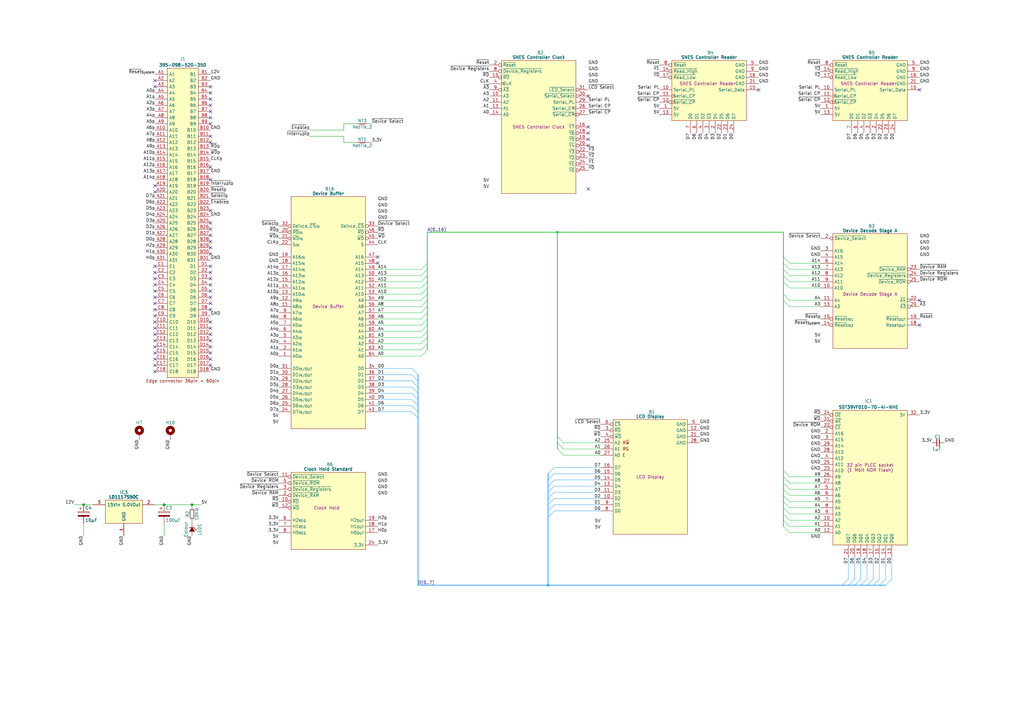
<source format=kicad_sch>
(kicad_sch (version 20231120) (generator "eeschema") (generator_version "8.0")
  (paper "A3")
  (title_block (title "HCP65 LCD and SNES Board") (date "2023-12-15") (rev "V0"))
  (lib_symbols
    (symbol "Device:NetTie_2" (pin_numbers hide) (pin_names (offset 0) hide) (in_bom no)
      (property "Reference" "NT" (at 0 1.27 0))
      (property "Value" "NetTie_2" (at 0 -1.27 0))
      (symbol "NetTie_2_1_1"
        (pin passive line (at -2.54 0 0) (length 2.54) (name "1") (number "1"))
        (pin passive line (at 2.54 0 180) (length 2.54) (name "2") (number "2"))
      )
    )
    (symbol "EDAC:395-098-520-350" (pin_names (offset 0.762))
      (property "Reference" "J" (at 11.43 6.35 0))
      (property "Value" "395-098-520-350" (at 11.43 3.81 0))
      (symbol "395-098-520-350_0_0"
        (pin passive line (at 22.86 0 180) (length 5.08) (name "A1") (number "A1"))
        (pin passive line (at 22.86 -22.86 180) (length 5.08) (name "A10") (number "A10"))
        (pin passive line (at 22.86 -25.4 180) (length 5.08) (name "A11") (number "A11"))
        (pin passive line (at 22.86 -27.94 180) (length 5.08) (name "A12") (number "A12"))
        (pin passive line (at 22.86 -30.48 180) (length 5.08) (name "A13") (number "A13"))
        (pin passive line (at 22.86 -33.02 180) (length 5.08) (name "A14") (number "A14"))
        (pin passive line (at 22.86 -35.56 180) (length 5.08) (name "A15") (number "A15"))
        (pin passive line (at 22.86 -38.1 180) (length 5.08) (name "A16") (number "A16"))
        (pin passive line (at 22.86 -40.64 180) (length 5.08) (name "A17") (number "A17"))
        (pin passive line (at 22.86 -43.18 180) (length 5.08) (name "A18") (number "A18"))
        (pin passive line (at 22.86 -45.72 180) (length 5.08) (name "A19") (number "A19"))
        (pin passive line (at 22.86 -2.54 180) (length 5.08) (name "A2") (number "A2"))
        (pin passive line (at 22.86 -48.26 180) (length 5.08) (name "A20") (number "A20"))
        (pin passive line (at 22.86 -50.8 180) (length 5.08) (name "A21") (number "A21"))
        (pin passive line (at 22.86 -53.34 180) (length 5.08) (name "A22") (number "A22"))
        (pin passive line (at 22.86 -55.88 180) (length 5.08) (name "A23") (number "A23"))
        (pin passive line (at 22.86 -58.42 180) (length 5.08) (name "A24") (number "A24"))
        (pin passive line (at 22.86 -60.96 180) (length 5.08) (name "A25") (number "A25"))
        (pin passive line (at 22.86 -63.5 180) (length 5.08) (name "A26") (number "A26"))
        (pin passive line (at 22.86 -66.04 180) (length 5.08) (name "A27") (number "A27"))
        (pin passive line (at 22.86 -68.58 180) (length 5.08) (name "A28") (number "A28"))
        (pin passive line (at 22.86 -71.12 180) (length 5.08) (name "A29") (number "A29"))
        (pin passive line (at 22.86 -5.08 180) (length 5.08) (name "A3") (number "A3"))
        (pin passive line (at 22.86 -73.66 180) (length 5.08) (name "A30") (number "A30"))
        (pin passive line (at 22.86 -76.2 180) (length 5.08) (name "A31") (number "A31"))
        (pin passive line (at 22.86 -7.62 180) (length 5.08) (name "A4") (number "A4"))
        (pin passive line (at 22.86 -10.16 180) (length 5.08) (name "A5") (number "A5"))
        (pin passive line (at 22.86 -12.7 180) (length 5.08) (name "A6") (number "A6"))
        (pin passive line (at 22.86 -15.24 180) (length 5.08) (name "A7") (number "A7"))
        (pin passive line (at 22.86 -17.78 180) (length 5.08) (name "A8") (number "A8"))
        (pin passive line (at 22.86 -20.32 180) (length 5.08) (name "A9") (number "A9"))
        (pin passive line (at 0 0 0) (length 5.08) (name "B1") (number "B1"))
        (pin passive line (at 0 -22.86 0) (length 5.08) (name "B10") (number "B10"))
        (pin passive line (at 0 -25.4 0) (length 5.08) (name "B11") (number "B11"))
        (pin passive line (at 0 -27.94 0) (length 5.08) (name "B12") (number "B12"))
        (pin passive line (at 0 -30.48 0) (length 5.08) (name "B13") (number "B13"))
        (pin passive line (at 0 -33.02 0) (length 5.08) (name "B14") (number "B14"))
        (pin passive line (at 0 -35.56 0) (length 5.08) (name "B15") (number "B15"))
        (pin passive line (at 0 -38.1 0) (length 5.08) (name "B16") (number "B16"))
        (pin passive line (at 0 -40.64 0) (length 5.08) (name "B17") (number "B17"))
        (pin passive line (at 0 -43.18 0) (length 5.08) (name "B18") (number "B18"))
        (pin passive line (at 0 -45.72 0) (length 5.08) (name "B19") (number "B19"))
        (pin passive line (at 0 -2.54 0) (length 5.08) (name "B2") (number "B2"))
        (pin passive line (at 0 -48.26 0) (length 5.08) (name "B20") (number "B20"))
        (pin passive line (at 0 -50.8 0) (length 5.08) (name "B21") (number "B21"))
        (pin passive line (at 0 -53.34 0) (length 5.08) (name "B22") (number "B22"))
        (pin passive line (at 0 -55.88 0) (length 5.08) (name "B23") (number "B23"))
        (pin passive line (at 0 -58.42 0) (length 5.08) (name "B24") (number "B24"))
        (pin passive line (at 0 -60.96 0) (length 5.08) (name "B25") (number "B25"))
        (pin passive line (at 0 -63.5 0) (length 5.08) (name "B26") (number "B26"))
        (pin passive line (at 0 -66.04 0) (length 5.08) (name "B27") (number "B27"))
        (pin passive line (at 0 -68.58 0) (length 5.08) (name "B28") (number "B28"))
        (pin passive line (at 0 -71.12 0) (length 5.08) (name "B29") (number "B29"))
        (pin passive line (at 0 -5.08 0) (length 5.08) (name "B3") (number "B3"))
        (pin passive line (at 0 -73.66 0) (length 5.08) (name "B30") (number "B30"))
        (pin passive line (at 0 -76.2 0) (length 5.08) (name "B31") (number "B31"))
        (pin passive line (at 0 -7.62 0) (length 5.08) (name "B4") (number "B4"))
        (pin passive line (at 0 -10.16 0) (length 5.08) (name "B5") (number "B5"))
        (pin passive line (at 0 -12.7 0) (length 5.08) (name "B6") (number "B6"))
        (pin passive line (at 0 -15.24 0) (length 5.08) (name "B7") (number "B7"))
        (pin passive line (at 0 -17.78 0) (length 5.08) (name "B8") (number "B8"))
        (pin passive line (at 0 -20.32 0) (length 5.08) (name "B9") (number "B9"))
        (pin passive line (at 22.86 -78.74 180) (length 5.08) (name "C1") (number "C1"))
        (pin passive line (at 22.86 -101.6 180) (length 5.08) (name "C10") (number "C10"))
        (pin passive line (at 22.86 -104.14 180) (length 5.08) (name "C11") (number "C11"))
        (pin passive line (at 22.86 -106.68 180) (length 5.08) (name "C12") (number "C12"))
        (pin passive line (at 22.86 -109.22 180) (length 5.08) (name "C13") (number "C13"))
        (pin passive line (at 22.86 -111.76 180) (length 5.08) (name "C14") (number "C14"))
        (pin passive line (at 22.86 -114.3 180) (length 5.08) (name "C15") (number "C15"))
        (pin passive line (at 22.86 -116.84 180) (length 5.08) (name "C16") (number "C16"))
        (pin passive line (at 22.86 -119.38 180) (length 5.08) (name "C17") (number "C17"))
        (pin passive line (at 22.86 -121.92 180) (length 5.08) (name "C18") (number "C18"))
        (pin passive line (at 22.86 -81.28 180) (length 5.08) (name "C2") (number "C2"))
        (pin passive line (at 22.86 -83.82 180) (length 5.08) (name "C3") (number "C3"))
        (pin passive line (at 22.86 -86.36 180) (length 5.08) (name "C4") (number "C4"))
        (pin passive line (at 22.86 -88.9 180) (length 5.08) (name "C5") (number "C5"))
        (pin passive line (at 22.86 -91.44 180) (length 5.08) (name "C6") (number "C6"))
        (pin passive line (at 22.86 -93.98 180) (length 5.08) (name "C7") (number "C7"))
        (pin passive line (at 22.86 -96.52 180) (length 5.08) (name "C8") (number "C8"))
        (pin passive line (at 22.86 -99.06 180) (length 5.08) (name "C9") (number "C9"))
        (pin passive line (at 0 -78.74 0) (length 5.08) (name "D1") (number "D1"))
        (pin passive line (at 0 -101.6 0) (length 5.08) (name "D10") (number "D10"))
        (pin passive line (at 0 -104.14 0) (length 5.08) (name "D11") (number "D11"))
        (pin passive line (at 0 -106.68 0) (length 5.08) (name "D12") (number "D12"))
        (pin passive line (at 0 -109.22 0) (length 5.08) (name "D13") (number "D13"))
        (pin passive line (at 0 -111.76 0) (length 5.08) (name "D14") (number "D14"))
        (pin passive line (at 0 -114.3 0) (length 5.08) (name "D15") (number "D15"))
        (pin passive line (at 0 -116.84 0) (length 5.08) (name "D16") (number "D16"))
        (pin passive line (at 0 -119.38 0) (length 5.08) (name "D17") (number "D17"))
        (pin passive line (at 0 -121.92 0) (length 5.08) (name "D18") (number "D18"))
        (pin passive line (at 0 -81.28 0) (length 5.08) (name "D2") (number "D2"))
        (pin passive line (at 0 -83.82 0) (length 5.08) (name "D3") (number "D3"))
        (pin passive line (at 0 -86.36 0) (length 5.08) (name "D4") (number "D4"))
        (pin passive line (at 0 -88.9 0) (length 5.08) (name "D5") (number "D5"))
        (pin passive line (at 0 -91.44 0) (length 5.08) (name "D6") (number "D6"))
        (pin passive line (at 0 -93.98 0) (length 5.08) (name "D7") (number "D7"))
        (pin passive line (at 0 -96.52 0) (length 5.08) (name "D8") (number "D8"))
        (pin passive line (at 0 -99.06 0) (length 5.08) (name "D9") (number "D9"))
      )
      (symbol "395-098-520-350_1_1"
        (text "Edge connector 36pin + 60pin" (at 11.43 -125.73 0) (effects (font (size 1.27 1.27))))
      )
    )
    (symbol "HCP65:C_0805" (pin_numbers hide) (pin_names (offset 0.254) hide)
      (property "Reference" "C" (at 2.286 2.54 0))
      (property "Value" "?μF" (at 2.54 -2.54 0))
      (symbol "C_0805_1_1"
        (pin passive line (at 0 0 0) (length 2.032) (name "~") (number "1"))
        (pin passive line (at 5.08 0 180) (length 2.032) (name "~") (number "2"))
      )
    )
    (symbol "HCP65:C_Radial_D4.0mm_P2.00mm" (pin_numbers hide) (pin_names (offset 0.254))
      (property "Reference" "C" (at 0.635 2.54 0))
      (property "Value" "?μF" (at 0.635 -2.54 0))
      (symbol "C_Radial_D4.0mm_P2.00mm_1_1"
        (pin passive line (at 0 3.81 270) (length 2.794) (name "~") (number "1"))
        (pin passive line (at 0 -3.81 90) (length 2.794) (name "~") (number "2"))
      )
    )
    (symbol "HCP65:Clock_Hold_Standard"
      (property "Reference" "B" (at 15.875 5.08 0))
      (property "Value" "Clock Hold Standard" (at 15.24 3.175 0))
      (property "Description" "Clock Hold" (at 14.605 -12.7 0))
      (symbol "Clock_Hold_Standard_1_1"
        (pin passive line (at -5.08 -25.4 0) (length 5.08) hide (name "5V") (number "1"))
        (pin input inverted (at -5.08 -10.16 0) (length 5.08) (name "~{RD}") (number "10"))
        (pin input inverted (at -5.08 0 0) (length 5.08) (name "~{Device_Select}") (number "11"))
        (pin input inverted (at -5.08 -12.7 0) (length 5.08) (name "~{WD}") (number "12"))
        (pin passive line (at -5.08 -27.94 0) (length 5.08) hide (name "5V") (number "13"))
        (pin no_connect line (at -5.08 -15.24 0) (length 5.08) hide (name "N.C.") (number "14"))
        (pin no_connect line (at 35.56 -25.4 180) (length 5.08) hide (name "N.C.") (number "15"))
        (pin passive line (at 35.56 -5.08 180) (length 5.08) hide (name "GND") (number "16"))
        (pin output line (at 35.56 -22.86 180) (length 5.08) (name "H0_{OUT}") (number "17"))
        (pin output line (at 35.56 -20.32 180) (length 5.08) (name "H1_{OUT}") (number "18"))
        (pin output line (at 35.56 -17.78 180) (length 5.08) (name "H2_{OUT}") (number "19"))
        (pin input inverted (at -5.08 -7.62 0) (length 5.08) (name "~{Device_RAM}") (number "2"))
        (pin no_connect line (at 35.56 -12.7 180) (length 5.08) hide (name "N.C.") (number "20"))
        (pin passive line (at 35.56 -7.62 180) (length 5.08) hide (name "GND") (number "21"))
        (pin no_connect line (at 35.56 -10.16 180) (length 5.08) hide (name "N.C.") (number "22"))
        (pin no_connect line (at 35.56 -15.24 180) (length 5.08) hide (name "N.C.") (number "23"))
        (pin passive line (at 35.56 -27.94 180) (length 5.08) (name "3.3V") (number "24"))
        (pin input inverted (at -5.08 -5.08 0) (length 5.08) (name "~{Device_Registers}") (number "3"))
        (pin passive line (at 35.56 0 180) (length 5.08) hide (name "GND") (number "4"))
        (pin input inverted (at -5.08 -2.54 0) (length 5.08) (name "~{Device_ROM}") (number "5"))
        (pin input line (at -5.08 -17.78 0) (length 5.08) (name "H2_{REG}") (number "6"))
        (pin input line (at -5.08 -20.32 0) (length 5.08) (name "H1_{REG}") (number "7"))
        (pin input line (at -5.08 -22.86 0) (length 5.08) (name "H0_{REG}") (number "8"))
        (pin passive line (at 35.56 -2.54 180) (length 5.08) hide (name "GND") (number "9"))
      )
    )
    (symbol "HCP65:Device_Buffer"
      (property "Reference" "B" (at 15.875 5.08 0))
      (property "Value" "Device Buffer" (at 15.24 3.175 0))
      (property "Description" "Device Buffer" (at 15.24 -43.18 0))
      (symbol "Device_Buffer_1_0"
        (pin passive line (at 35.56 -5.08 180) (length 5.08) hide (name "GND") (number "42"))
        (pin output line (at 35.56 -38.1 180) (length 5.08) (name "A10") (number "53"))
        (pin output line (at 35.56 -40.64 180) (length 5.08) (name "A9") (number "54"))
      )
      (symbol "Device_Buffer_1_1"
        (pin input line (at -5.08 -63.5 0) (length 5.08) (name "A0_{IN}") (number "1"))
        (pin passive line (at 35.56 0 180) (length 5.08) hide (name "GND") (number "10"))
        (pin input line (at -5.08 -43.18 0) (length 5.08) (name "A8_{IN}") (number "11"))
        (pin input line (at -5.08 -40.64 0) (length 5.08) (name "A9_{IN}") (number "12"))
        (pin input line (at -5.08 -38.1 0) (length 5.08) (name "A10_{IN}") (number "13"))
        (pin input line (at -5.08 -35.56 0) (length 5.08) (name "A11_{IN}") (number "14"))
        (pin input line (at -5.08 -33.02 0) (length 5.08) (name "A12_{IN}") (number "15"))
        (pin input line (at -5.08 -30.48 0) (length 5.08) (name "A13_{IN}") (number "16"))
        (pin input line (at -5.08 -27.94 0) (length 5.08) (name "A14_{IN}") (number "17"))
        (pin input line (at -5.08 -25.4 0) (length 5.08) (name "A15_{IN}") (number "18"))
        (pin input line (at -5.08 -22.86 0) (length 5.08) (name "A16_{IN}") (number "19"))
        (pin input line (at -5.08 -60.96 0) (length 5.08) (name "A1_{IN}") (number "2"))
        (pin input inverted (at -5.08 -12.7 0) (length 5.08) (name "~{RD}_{IN}") (number "20"))
        (pin input inverted (at -5.08 -15.24 0) (length 5.08) (name "~{WD}_{IN}") (number "21"))
        (pin input line (at -5.08 -17.78 0) (length 5.08) (name "S_{IN}") (number "22"))
        (pin passive line (at 35.56 -2.54 180) (length 5.08) hide (name "GND") (number "23"))
        (pin tri_state line (at -5.08 -86.36 0) (length 5.08) (name "D7_{IN/OUT}") (number "24"))
        (pin tri_state line (at -5.08 -83.82 0) (length 5.08) (name "D6_{IN/OUT}") (number "25"))
        (pin tri_state line (at -5.08 -81.28 0) (length 5.08) (name "D5_{IN/OUT}") (number "26"))
        (pin tri_state line (at -5.08 -78.74 0) (length 5.08) (name "D4_{IN/OUT}") (number "27"))
        (pin tri_state line (at -5.08 -76.2 0) (length 5.08) (name "D3_{IN/OUT}") (number "28"))
        (pin tri_state line (at -5.08 -73.66 0) (length 5.08) (name "D2_{IN/OUT}") (number "29"))
        (pin passive line (at -5.08 -88.9 0) (length 5.08) hide (name "5V") (number "3"))
        (pin tri_state line (at -5.08 -71.12 0) (length 5.08) (name "D1_{IN/OUT}") (number "30"))
        (pin tri_state line (at -5.08 -68.58 0) (length 5.08) (name "D0_{IN/OUT}") (number "31"))
        (pin input inverted (at -5.08 -10.16 0) (length 5.08) (name "Deivce_~{CS}_{IN}") (number "32"))
        (pin output inverted (at 35.56 -10.16 180) (length 5.08) (name "Deivce_~{CS}") (number "33"))
        (pin tri_state line (at 35.56 -68.58 180) (length 5.08) (name "D0") (number "34"))
        (pin passive line (at -5.08 -91.44 0) (length 5.08) hide (name "5V") (number "35"))
        (pin tri_state line (at 35.56 -71.12 180) (length 5.08) (name "D1") (number "36"))
        (pin tri_state line (at 35.56 -73.66 180) (length 5.08) (name "D2") (number "37"))
        (pin tri_state line (at 35.56 -76.2 180) (length 5.08) (name "D3") (number "38"))
        (pin tri_state line (at 35.56 -78.74 180) (length 5.08) (name "D4") (number "39"))
        (pin input line (at -5.08 -58.42 0) (length 5.08) (name "A2_{IN}") (number "4"))
        (pin tri_state line (at 35.56 -81.28 180) (length 5.08) (name "D5") (number "40"))
        (pin tri_state line (at 35.56 -83.82 180) (length 5.08) (name "D6") (number "41"))
        (pin tri_state line (at 35.56 -86.36 180) (length 5.08) (name "D7") (number "43"))
        (pin output line (at 35.56 -17.78 180) (length 5.08) (name "S") (number "44"))
        (pin output inverted (at 35.56 -15.24 180) (length 5.08) (name "~{WD}") (number "45"))
        (pin output inverted (at 35.56 -12.7 180) (length 5.08) (name "~{RD}") (number "46"))
        (pin output line (at 35.56 -22.86 180) (length 5.08) (name "A16") (number "47"))
        (pin output line (at 35.56 -25.4 180) (length 5.08) (name "A15") (number "48"))
        (pin output line (at 35.56 -27.94 180) (length 5.08) (name "A14") (number "49"))
        (pin input line (at -5.08 -55.88 0) (length 5.08) (name "A3_{IN}") (number "5"))
        (pin output line (at 35.56 -30.48 180) (length 5.08) (name "A13") (number "50"))
        (pin output line (at 35.56 -33.02 180) (length 5.08) (name "A12") (number "51"))
        (pin output line (at 35.56 -35.56 180) (length 5.08) (name "A11") (number "52"))
        (pin passive line (at 35.56 -7.62 180) (length 5.08) hide (name "GND") (number "55"))
        (pin output line (at 35.56 -43.18 180) (length 5.08) (name "A8") (number "56"))
        (pin output line (at 35.56 -45.72 180) (length 5.08) (name "A7") (number "57"))
        (pin output line (at 35.56 -48.26 180) (length 5.08) (name "A6") (number "58"))
        (pin output line (at 35.56 -50.8 180) (length 5.08) (name "A5") (number "59"))
        (pin input line (at -5.08 -53.34 0) (length 5.08) (name "A4_{IN}") (number "6"))
        (pin output line (at 35.56 -53.34 180) (length 5.08) (name "A4") (number "60"))
        (pin output line (at 35.56 -55.88 180) (length 5.08) (name "A3") (number "61"))
        (pin output line (at 35.56 -58.42 180) (length 5.08) (name "A2") (number "62"))
        (pin output line (at 35.56 -60.96 180) (length 5.08) (name "A1") (number "63"))
        (pin output line (at 35.56 -63.5 180) (length 5.08) (name "A0") (number "64"))
        (pin input line (at -5.08 -50.8 0) (length 5.08) (name "A5_{IN}") (number "7"))
        (pin input line (at -5.08 -48.26 0) (length 5.08) (name "A6_{IN}") (number "8"))
        (pin input line (at -5.08 -45.72 0) (length 5.08) (name "A7_{IN}") (number "9"))
      )
    )
    (symbol "HCP65:Device_Decode_Stage_A"
      (property "Reference" "B" (at 15.875 5.08 0))
      (property "Value" "Device Decode Stage A" (at 15.24 3.175 0))
      (property "Description" "Device Decode Stage A" (at 15.24 -22.86 0))
      (symbol "Device_Decode_Stage_A_1_0"
        (pin output line (at 35.56 -35.56 180) (length 5.08) (name "Reset_{OUT}") (number "18"))
        (pin output line (at 35.56 -33.02 180) (length 5.08) (name "~{Reset}_{OUT}") (number "19"))
        (pin output inverted (at 35.56 -27.94 180) (length 5.08) (name "~{A3}") (number "20"))
        (pin passive line (at 35.56 -7.62 180) (length 5.08) hide (name "GND") (number "28"))
      )
      (symbol "Device_Decode_Stage_A_1_1"
        (pin passive line (at -5.08 -40.64 0) (length 5.08) hide (name "5V") (number "1"))
        (pin input line (at -5.08 -20.32 0) (length 5.08) (name "A10") (number "10"))
        (pin input line (at -5.08 -25.4 0) (length 5.08) (name "A4") (number "11"))
        (pin passive line (at 35.56 -2.54 180) (length 5.08) hide (name "GND") (number "12"))
        (pin input line (at -5.08 -27.94 0) (length 5.08) (name "A3") (number "13"))
        (pin input inverted (at -5.08 -35.56 0) (length 5.08) (name "~{Reset}_{IN2}") (number "14"))
        (pin input inverted (at -5.08 -33.02 0) (length 5.08) (name "~{Reset}_{IN1}") (number "15"))
        (pin no_connect inverted (at 35.56 -10.16 180) (length 5.08) hide (name "N.C.") (number "16"))
        (pin passive line (at -5.08 -43.18 0) (length 5.08) hide (name "5V") (number "17"))
        (pin input inverted (at -5.08 0 0) (length 5.08) (name "~{Device_Select}") (number "2"))
        (pin passive line (at 35.56 -5.08 180) (length 5.08) hide (name "GND") (number "21"))
        (pin output inverted (at 35.56 -25.4 180) (length 5.08) (name "~{A4}") (number "22"))
        (pin output inverted (at 35.56 -12.7 180) (length 5.08) (name "~{Device_RAM}") (number "23"))
        (pin output inverted (at 35.56 -15.24 180) (length 5.08) (name "~{Device_Registers}") (number "24"))
        (pin output inverted (at 35.56 -17.78 180) (length 5.08) (name "~{Device_ROM}") (number "25"))
        (pin no_connect inverted (at -5.08 -30.48 0) (length 5.08) hide (name "N.C.") (number "26"))
        (pin no_connect inverted (at 35.56 -30.48 180) (length 5.08) hide (name "N.C.") (number "27"))
        (pin no_connect inverted (at 35.56 -20.32 180) (length 5.08) hide (name "N.C.") (number "29"))
        (pin input line (at -5.08 -5.08 0) (length 5.08) (name "A16") (number "3"))
        (pin no_connect inverted (at 35.56 -40.64 180) (length 5.08) hide (name "N.C.") (number "30"))
        (pin no_connect inverted (at 35.56 -38.1 180) (length 5.08) hide (name "N.C.") (number "31"))
        (pin no_connect inverted (at 35.56 -43.18 180) (length 5.08) hide (name "N.C.") (number "32"))
        (pin input line (at -5.08 -7.62 0) (length 5.08) (name "A15") (number "4"))
        (pin passive line (at 35.56 0 180) (length 5.08) hide (name "GND") (number "5"))
        (pin input line (at -5.08 -10.16 0) (length 5.08) (name "A14") (number "6"))
        (pin input line (at -5.08 -12.7 0) (length 5.08) (name "A13") (number "7"))
        (pin input line (at -5.08 -15.24 0) (length 5.08) (name "A12") (number "8"))
        (pin input line (at -5.08 -17.78 0) (length 5.08) (name "A11") (number "9"))
      )
    )
    (symbol "HCP65:LCD_Display"
      (property "Reference" "B" (at 15.875 5.08 0))
      (property "Value" "LCD Display" (at 15.24 3.175 0))
      (property "Description" "LCD Display" (at 15.24 -21.59 0))
      (symbol "LCD_Display_1_1"
        (text "E" (at 3.81 -12.7 0) (effects (font (size 1.27 1.27)) (justify left)))
        (text "RS" (at 3.81 -10.16 0) (effects (font (size 1.27 1.27)) (justify left)))
        (text "R~{W}" (at 3.81 -7.62 0) (effects (font (size 1.27 1.27)) (justify left)))
        (pin passive line (at -5.08 -40.64 0) (length 5.08) hide (name "5V") (number "1"))
        (pin tri_state line (at -5.08 -30.48 0) (length 5.08) (name "D2") (number "10"))
        (pin tri_state line (at -5.08 -27.94 0) (length 5.08) (name "D3") (number "11"))
        (pin passive line (at 35.56 -2.54 180) (length 5.08) (name "GND") (number "12"))
        (pin tri_state line (at -5.08 -25.4 0) (length 5.08) (name "D4") (number "13"))
        (pin tri_state line (at -5.08 -22.86 0) (length 5.08) (name "D5") (number "14"))
        (pin tri_state line (at -5.08 -20.32 0) (length 5.08) (name "D6") (number "15"))
        (pin tri_state line (at -5.08 -17.78 0) (length 5.08) (name "D7") (number "16"))
        (pin passive line (at -5.08 -43.18 0) (length 5.08) hide (name "5V") (number "17"))
        (pin no_connect line (at 35.56 -20.32 180) (length 5.08) hide (name "N.C.") (number "18"))
        (pin no_connect line (at 35.56 -22.86 180) (length 5.08) hide (name "N.C.") (number "19"))
        (pin no_connect line (at 35.56 -15.24 180) (length 5.08) hide (name "N.C.") (number "2"))
        (pin no_connect line (at 35.56 -25.4 180) (length 5.08) hide (name "N.C.") (number "20"))
        (pin passive line (at 35.56 -5.08 180) (length 5.08) (name "GND") (number "21"))
        (pin no_connect line (at 35.56 -27.94 180) (length 5.08) hide (name "N.C.") (number "22"))
        (pin no_connect line (at 35.56 -30.48 180) (length 5.08) hide (name "N.C.") (number "23"))
        (pin no_connect line (at 35.56 -33.02 180) (length 5.08) hide (name "N.C.") (number "24"))
        (pin input line (at -5.08 -7.62 0) (length 5.08) (name "A2") (number "25"))
        (pin input line (at -5.08 -10.16 0) (length 5.08) (name "A1") (number "26"))
        (pin input line (at -5.08 -12.7 0) (length 5.08) (name "A0") (number "27"))
        (pin passive line (at 35.56 -7.62 180) (length 5.08) (name "GND") (number "28"))
        (pin no_connect line (at 35.56 -35.56 180) (length 5.08) hide (name "N.C.") (number "29"))
        (pin input inverted (at -5.08 -2.54 0) (length 5.08) (name "~{RD}") (number "3"))
        (pin no_connect line (at 35.56 -38.1 180) (length 5.08) hide (name "N.C.") (number "30"))
        (pin no_connect line (at 35.56 -40.64 180) (length 5.08) hide (name "N.C.") (number "31"))
        (pin no_connect line (at 35.56 -43.18 180) (length 5.08) hide (name "N.C.") (number "32"))
        (pin input inverted (at -5.08 -5.08 0) (length 5.08) (name "~{WD}") (number "4"))
        (pin passive line (at 35.56 0 180) (length 5.08) (name "GND") (number "5"))
        (pin input inverted (at -5.08 0 0) (length 5.08) (name "~{CS}") (number "6"))
        (pin no_connect line (at 35.56 -17.78 180) (length 5.08) hide (name "N.C.") (number "7"))
        (pin tri_state line (at -5.08 -35.56 0) (length 5.08) (name "D0") (number "8"))
        (pin tri_state line (at -5.08 -33.02 0) (length 5.08) (name "D1") (number "9"))
      )
    )
    (symbol "HCP65:LED" (pin_numbers hide) (pin_names (offset 0.254) hide)
      (property "Reference" "LED" (at 0 3.175 0))
      (property "Value" "Colour" (at 0 -2.54 0))
      (symbol "LED_1_1"
        (pin passive line (at -2.54 0 0) (length 1.778) (name "K") (number "1"))
        (pin passive line (at 2.54 0 180) (length 1.778) (name "A") (number "2"))
      )
    )
    (symbol "HCP65:MountingHole_Pad" (pin_numbers hide) (pin_names (offset 1.016) hide)
      (property "Reference" "H" (at 0 4.445 0))
      (symbol "MountingHole_Pad_1_1"
        (pin passive line (at 0 -2.54 90) (length 2.54) (name "GND") (number "1"))
      )
    )
    (symbol "HCP65:R_0805" (pin_numbers hide) (pin_names hide)
      (property "Reference" "R" (at 2.54 1.778 0))
      (property "Value" "?Ω" (at 2.54 -1.905 0))
      (symbol "R_0805_1_1"
        (pin passive line (at 0 0 0) (length 0.72) (name "~") (number "1"))
        (pin passive line (at 5.08 0 180) (length 0.72) (name "~") (number "2"))
      )
    )
    (symbol "HCP65:SNES Controller Clock"
      (property "Reference" "B" (at 15.875 5.08 0))
      (property "Value" "SNES Controller Clock" (at 15.24 3.175 0))
      (property "Description" "SNES Controller Clock" (at 15.24 -25.4 0))
      (symbol "SNES Controller Clock_1_0"
        (pin no_connect line (at 35.56 -48.26 180) (length 5.08) hide (name "N.C.") (number "32"))
      )
      (symbol "SNES Controller Clock_1_1"
        (pin passive line (at -5.08 -48.26 0) (length 5.08) hide (name "5V") (number "1"))
        (pin input line (at -5.08 -12.7 0) (length 5.08) (name "A3") (number "10"))
        (pin input line (at -5.08 -15.24 0) (length 5.08) (name "A2") (number "11"))
        (pin passive line (at 35.56 -2.54 180) (length 5.08) hide (name "GND") (number "12"))
        (pin input line (at -5.08 -17.78 0) (length 5.08) (name "A1") (number "13"))
        (pin input line (at -5.08 -20.32 0) (length 5.08) (name "A0") (number "14"))
        (pin input inverted (at -5.08 -5.08 0) (length 5.08) (name "~{RD}") (number "15"))
        (pin output inverted (at 35.56 -25.4 180) (length 5.08) (name "~{Y7}") (number "16"))
        (pin passive line (at -5.08 -50.8 0) (length 5.08) hide (name "5V") (number "17"))
        (pin output inverted (at 35.56 -27.94 180) (length 5.08) (name "~{Y6}") (number "18"))
        (pin output inverted (at 35.56 -30.48 180) (length 5.08) (name "~{Y5}") (number "19"))
        (pin input inverted (at -5.08 0 0) (length 5.08) (name "~{Reset}") (number "2"))
        (pin output inverted (at 35.56 -33.02 180) (length 5.08) (name "~{Y4}") (number "20"))
        (pin passive line (at 35.56 -5.08 180) (length 5.08) hide (name "GND") (number "21"))
        (pin output inverted (at 35.56 -35.56 180) (length 5.08) (name "~{Y3}") (number "22"))
        (pin output inverted (at 35.56 -38.1 180) (length 5.08) (name "~{Y2}") (number "23"))
        (pin output inverted (at 35.56 -40.64 180) (length 5.08) (name "~{Y1}") (number "24"))
        (pin output inverted (at 35.56 -43.18 180) (length 5.08) (name "~{Y0}") (number "25"))
        (pin output clock (at 35.56 -17.78 180) (length 5.08) (name "Serial_CP") (number "26"))
        (pin output inverted_clock (at 35.56 -20.32 180) (length 5.08) (name "~{Serial_CP}") (number "27"))
        (pin passive line (at 35.56 -7.62 180) (length 5.08) hide (name "GND") (number "28"))
        (pin output line (at 35.56 -15.24 180) (length 5.08) (name "Serial_PL") (number "29"))
        (pin no_connect line (at 34.29 -22.86 180) (length 5.08) hide (name "N.C.") (number "3"))
        (pin output inverted (at 35.56 -12.7 180) (length 5.08) (name "~{Serial_Select}") (number "30"))
        (pin output inverted (at 35.56 -10.16 180) (length 5.08) (name "~{LCD_Select}") (number "31"))
        (pin input clock (at -5.08 -7.62 0) (length 5.08) (name "CLK") (number "4"))
        (pin passive line (at 35.56 0 180) (length 5.08) hide (name "GND") (number "5"))
        (pin no_connect line (at 35.56 -45.72 180) (length 5.08) hide (name "N.C.") (number "6"))
        (pin output line (at 35.56 -50.8 180) (length 5.08) hide (name "CEP") (number "7"))
        (pin input inverted (at -5.08 -2.54 0) (length 5.08) (name "~{Device_Registers}") (number "8"))
        (pin input inverted (at -5.08 -10.16 0) (length 5.08) (name "~{A3}") (number "9"))
      )
    )
    (symbol "HCP65:SNES_Controller_Reader"
      (property "Reference" "B" (at 15.875 5.08 0))
      (property "Value" "SNES Controller Reader" (at 15.24 3.175 0))
      (property "Description" "SNES Controller Reader" (at 14.605 -7.62 0))
      (symbol "SNES_Controller_Reader_1_1"
        (pin passive line (at -5.08 -17.78 0) (length 5.08) (name "5V") (number "1"))
        (pin input line (at -5.08 -10.16 0) (length 5.08) (name "Serial_PL") (number "10"))
        (pin input clock (at -5.08 -12.7 0) (length 5.08) (name "Serial_CP") (number "11"))
        (pin input inverted_clock (at -5.08 -15.24 0) (length 5.08) (name "~{Serial_CP}") (number "12"))
        (pin passive line (at -5.08 -20.32 0) (length 5.08) (name "5V") (number "13"))
        (pin input inverted (at -5.08 -2.54 0) (length 5.08) (name "~{Read_High}") (number "14"))
        (pin output line (at 35.56 -10.16 180) (length 5.08) (name "Serial_Data") (number "15"))
        (pin passive line (at 35.56 -5.08 180) (length 5.08) (name "GND") (number "16"))
        (pin input inverted (at -5.08 -5.08 0) (length 5.08) (name "~{Read_Low}") (number "17"))
        (pin no_connect line (at 35.56 -15.24 180) (length 5.08) hide (name "N.C.") (number "18"))
        (pin no_connect line (at 35.56 -17.78 180) (length 5.08) hide (name "N.C.") (number "19"))
        (pin tri_state line (at 17.78 -27.94 90) (length 5.08) (name "D4") (number "2"))
        (pin no_connect line (at 35.56 -20.32 180) (length 5.08) hide (name "N.C.") (number "20"))
        (pin passive line (at 35.56 -7.62 180) (length 5.08) (name "GND") (number "21"))
        (pin tri_state line (at 20.32 -27.94 90) (length 5.08) (name "D5") (number "22"))
        (pin tri_state line (at 22.86 -27.94 90) (length 5.08) (name "D6") (number "23"))
        (pin tri_state line (at 25.4 -27.94 90) (length 5.08) (name "D7") (number "24"))
        (pin tri_state line (at 15.24 -27.94 90) (length 5.08) (name "D3") (number "3"))
        (pin tri_state line (at 12.7 -27.94 90) (length 5.08) (name "D2") (number "4"))
        (pin passive line (at 35.56 0 180) (length 5.08) (name "GND") (number "5"))
        (pin tri_state line (at 10.16 -27.94 90) (length 5.08) (name "D1") (number "6"))
        (pin tri_state line (at 7.62 -27.94 90) (length 5.08) (name "D0") (number "7"))
        (pin input inverted (at -5.08 0 0) (length 5.08) (name "~{Reset}") (number "8"))
        (pin passive line (at 35.56 -2.54 180) (length 5.08) (name "GND") (number "9"))
      )
    )
    (symbol "Microchip:SST39VF010-70-4I-NHE" (pin_names (offset 0.762))
      (property "Reference" "IC" (at 19.685 5.715 0))
      (property "Value" "SST39VF010-70-4I-NHE" (at 19.685 3.175 0))
      (property "Description" "32 pin PLCC socket\n(1 Mbit NOR Flash)" (at 20.32 -21.59 0))
      (symbol "SST39VF010-70-4I-NHE_1_0"
        (pin passive line (at 0 -50.8 0) (length 5.08) hide (name "GND") (number "16"))
      )
      (symbol "SST39VF010-70-4I-NHE_1_1"
        (pin no_connect line (at 40.64 -5.08 180) (length 5.08) hide (name "N.C.") (number "1"))
        (pin input line (at 0 -43.18 0) (length 5.08) (name "A2") (number "10"))
        (pin input line (at 0 -45.72 0) (length 5.08) (name "A1") (number "11"))
        (pin input line (at 0 -48.26 0) (length 5.08) (name "A0") (number "12"))
        (pin tri_state line (at 29.21 -58.42 90) (length 5.08) (name "DQ0") (number "13"))
        (pin tri_state line (at 26.67 -58.42 90) (length 5.08) (name "DQ1") (number "14"))
        (pin tri_state line (at 24.13 -58.42 90) (length 5.08) (name "DQ2") (number "15"))
        (pin tri_state line (at 21.59 -58.42 90) (length 5.08) (name "DQ3") (number "17"))
        (pin tri_state line (at 19.05 -58.42 90) (length 5.08) (name "DQ4") (number "18"))
        (pin tri_state line (at 16.51 -58.42 90) (length 5.08) (name "DQ5") (number "19"))
        (pin input line (at 0 -7.62 0) (length 5.08) (name "A16") (number "2"))
        (pin tri_state line (at 13.97 -58.42 90) (length 5.08) (name "DQ6") (number "20"))
        (pin tri_state line (at 11.43 -58.42 90) (length 5.08) (name "DQ7") (number "21"))
        (pin input inverted (at 0 -5.08 0) (length 5.08) (name "~{CE}") (number "22"))
        (pin input line (at 0 -22.86 0) (length 5.08) (name "A10") (number "23"))
        (pin input inverted (at 0 0 0) (length 5.08) (name "~{OE}") (number "24"))
        (pin input line (at 0 -20.32 0) (length 5.08) (name "A11") (number "25"))
        (pin input line (at 0 -25.4 0) (length 5.08) (name "A9") (number "26"))
        (pin input line (at 0 -27.94 0) (length 5.08) (name "A8") (number "27"))
        (pin input line (at 0 -15.24 0) (length 5.08) (name "A13") (number "28"))
        (pin input line (at 0 -12.7 0) (length 5.08) (name "A14") (number "29"))
        (pin input line (at 0 -10.16 0) (length 5.08) (name "A15") (number "3"))
        (pin no_connect line (at 40.64 -2.54 180) (length 5.08) hide (name "N.C.") (number "30"))
        (pin input inverted (at 0 -2.54 0) (length 5.08) (name "~{WE}") (number "31"))
        (pin passive line (at 40.64 0 180) (length 5.08) (name "3V") (number "32"))
        (pin input line (at 0 -17.78 0) (length 5.08) (name "A12") (number "4"))
        (pin input line (at 0 -30.48 0) (length 5.08) (name "A7") (number "5"))
        (pin input line (at 0 -33.02 0) (length 5.08) (name "A6") (number "6"))
        (pin input line (at 0 -35.56 0) (length 5.08) (name "A5") (number "7"))
        (pin input line (at 0 -38.1 0) (length 5.08) (name "A4") (number "8"))
        (pin input line (at 0 -40.64 0) (length 5.08) (name "A3") (number "9"))
      )
    )
    (symbol "ST_Microelectronics:LD1117S50C" (pin_names (offset 0.762))
      (property "Reference" "IC" (at 7.62 5.08 0))
      (property "Value" "LD1117S50C" (at 7.62 3.175 0))
      (symbol "LD1117S50C_0_0"
        (pin passive line (at 7.62 -12.7 90) (length 5.08) (name "GND") (number "1"))
      )
      (symbol "LD1117S50C_1_0"
        (pin passive line (at 20.32 0 180) (length 5.08) (name "5.0VOut") (number "2"))
        (pin passive line (at -5.08 0 0) (length 5.08) (name "15VIn") (number "3"))
        (pin no_connect line (at 10.16 -12.7 90) (length 5.08) hide (name "N.C") (number "4"))
      )
    )
  )
  (junction (at 34.29 207.01))
  (junction (at 228.6 95.25) (color 24 199 56 1))
  (junction (at 78.74 207.01))
  (junction (at 224.79 240.03) (color 36 156 255 1))
  (junction (at 67.31 207.01))
  (no_connect (at 86.36 96.52))
  (no_connect (at 86.36 58.42))
  (no_connect (at 86.36 142.24))
  (no_connect (at 63.5 33.02))
  (no_connect (at 63.5 116.84))
  (no_connect (at 241.3 57.15))
  (no_connect (at 63.5 127))
  (no_connect (at 63.5 147.32))
  (no_connect (at 86.36 121.92))
  (no_connect (at 63.5 134.62))
  (no_connect (at 86.36 137.16))
  (no_connect (at 63.5 129.54))
  (no_connect (at 311.15 36.83))
  (no_connect (at 63.5 35.56))
  (no_connect (at 86.36 119.38))
  (no_connect (at 241.3 39.37))
  (no_connect (at 86.36 40.64))
  (no_connect (at 63.5 114.3))
  (no_connect (at 63.5 142.24))
  (no_connect (at 86.36 99.06))
  (no_connect (at 63.5 132.08))
  (no_connect (at 63.5 137.16))
  (no_connect (at 63.5 76.2))
  (no_connect (at 86.36 114.3))
  (no_connect (at 86.36 73.66))
  (no_connect (at 86.36 50.8))
  (no_connect (at 241.3 54.61))
  (no_connect (at 86.36 144.78))
  (no_connect (at 63.5 139.7))
  (no_connect (at 154.94 107.95))
  (no_connect (at 86.36 68.58))
  (no_connect (at 86.36 43.18))
  (no_connect (at 63.5 152.4))
  (no_connect (at 86.36 93.98))
  (no_connect (at 86.36 38.1))
  (no_connect (at 63.5 119.38))
  (no_connect (at 86.36 127))
  (no_connect (at 377.19 123.19))
  (no_connect (at 86.36 45.72))
  (no_connect (at 86.36 101.6))
  (no_connect (at 63.5 149.86))
  (no_connect (at 241.3 77.47))
  (no_connect (at 63.5 144.78))
  (no_connect (at 377.19 36.83))
  (no_connect (at 86.36 86.36))
  (no_connect (at 86.36 35.56))
  (no_connect (at 86.36 147.32))
  (no_connect (at 63.5 111.76))
  (no_connect (at 86.36 149.86))
  (no_connect (at 86.36 124.46))
  (no_connect (at 86.36 109.22))
  (no_connect (at 63.5 78.74))
  (no_connect (at 86.36 111.76))
  (no_connect (at 377.19 133.35))
  (no_connect (at 86.36 55.88))
  (no_connect (at 86.36 132.08))
  (no_connect (at 241.3 59.69))
  (no_connect (at 86.36 104.14))
  (no_connect (at 86.36 134.62))
  (no_connect (at 86.36 116.84))
  (no_connect (at 86.36 91.44))
  (no_connect (at 154.94 105.41))
  (no_connect (at 63.5 109.22))
  (no_connect (at 86.36 139.7))
  (no_connect (at 86.36 48.26))
  (no_connect (at 63.5 121.92))
  (no_connect (at 241.3 52.07))
  (no_connect (at 63.5 124.46))
  (bus_entry (at 227.33 201.93) (size -2.54 2.54) (stroke (width 0) (color 36 156 255 1)))
  (bus_entry (at 175.26 113.03) (size -2.54 2.54) (stroke (width 0) (color 24 199 56 1)))
  (bus_entry (at 321.31 110.49) (size 2.54 2.54) (stroke (width 0) (color 24 199 56 1)))
  (bus_entry (at 228.6 179.07) (size 2.54 2.54) (stroke (width 0) (color 24 199 56 1)))
  (bus_entry (at 175.26 107.95) (size -2.54 2.54) (stroke (width 0) (color 24 199 56 1)))
  (bus_entry (at 321.31 205.74) (size 2.54 2.54) (stroke (width 0) (color 24 199 56 1)))
  (bus_entry (at 365.76 237.49) (size -2.54 2.54) (stroke (width 0) (color 36 156 255 1)))
  (bus_entry (at 355.6 237.49) (size -2.54 2.54) (stroke (width 0) (color 36 156 255 1)))
  (bus_entry (at 175.26 125.73) (size -2.54 2.54) (stroke (width 0) (color 24 199 56 1)))
  (bus_entry (at 175.26 110.49) (size -2.54 2.54) (stroke (width 0) (color 24 199 56 1)))
  (bus_entry (at 321.31 123.19) (size 2.54 2.54) (stroke (width 0) (color 24 199 56 1)))
  (bus_entry (at 175.26 128.27) (size -2.54 2.54) (stroke (width 0) (color 24 199 56 1)))
  (bus_entry (at 321.31 210.82) (size 2.54 2.54) (stroke (width 0) (color 24 199 56 1)))
  (bus_entry (at 227.33 196.85) (size -2.54 2.54) (stroke (width 0) (color 36 156 255 1)))
  (bus_entry (at 175.26 120.65) (size -2.54 2.54) (stroke (width 0) (color 24 199 56 1)))
  (bus_entry (at 227.33 194.31) (size -2.54 2.54) (stroke (width 0) (color 36 156 255 1)))
  (bus_entry (at 321.31 203.2) (size 2.54 2.54) (stroke (width 0) (color 24 199 56 1)))
  (bus_entry (at 175.26 135.89) (size -2.54 2.54) (stroke (width 0) (color 24 199 56 1)))
  (bus_entry (at 175.26 138.43) (size -2.54 2.54) (stroke (width 0) (color 24 199 56 1)))
  (bus_entry (at 168.91 153.67) (size 2.54 2.54) (stroke (width 0) (color 36 156 255 1)))
  (bus_entry (at 360.68 237.49) (size -2.54 2.54) (stroke (width 0) (color 36 156 255 1)))
  (bus_entry (at 168.91 163.83) (size 2.54 2.54) (stroke (width 0) (color 36 156 255 1)))
  (bus_entry (at 168.91 166.37) (size 2.54 2.54) (stroke (width 0) (color 36 156 255 1)))
  (bus_entry (at 175.26 123.19) (size -2.54 2.54) (stroke (width 0) (color 24 199 56 1)))
  (bus_entry (at 321.31 195.58) (size 2.54 2.54) (stroke (width 0) (color 24 199 56 1)))
  (bus_entry (at 227.33 199.39) (size -2.54 2.54) (stroke (width 0) (color 36 156 255 1)))
  (bus_entry (at 168.91 161.29) (size 2.54 2.54) (stroke (width 0) (color 36 156 255 1)))
  (bus_entry (at 321.31 105.41) (size 2.54 2.54) (stroke (width 0) (color 24 199 56 1)))
  (bus_entry (at 363.22 237.49) (size -2.54 2.54) (stroke (width 0) (color 36 156 255 1)))
  (bus_entry (at 227.33 207.01) (size -2.54 2.54) (stroke (width 0) (color 36 156 255 1)))
  (bus_entry (at 321.31 213.36) (size 2.54 2.54) (stroke (width 0) (color 24 199 56 1)))
  (bus_entry (at 321.31 200.66) (size 2.54 2.54) (stroke (width 0) (color 24 199 56 1)))
  (bus_entry (at 175.26 143.51) (size -2.54 2.54) (stroke (width 0) (color 24 199 56 1)))
  (bus_entry (at 227.33 204.47) (size -2.54 2.54) (stroke (width 0) (color 36 156 255 1)))
  (bus_entry (at 321.31 198.12) (size 2.54 2.54) (stroke (width 0) (color 24 199 56 1)))
  (bus_entry (at 168.91 156.21) (size 2.54 2.54) (stroke (width 0) (color 36 156 255 1)))
  (bus_entry (at 321.31 215.9) (size 2.54 2.54) (stroke (width 0) (color 24 199 56 1)))
  (bus_entry (at 175.26 130.81) (size -2.54 2.54) (stroke (width 0) (color 24 199 56 1)))
  (bus_entry (at 347.98 237.49) (size -2.54 2.54) (stroke (width 0) (color 36 156 255 1)))
  (bus_entry (at 321.31 193.04) (size 2.54 2.54) (stroke (width 0) (color 24 199 56 1)))
  (bus_entry (at 228.6 184.15) (size 2.54 2.54) (stroke (width 0) (color 24 199 56 1)))
  (bus_entry (at 228.6 181.61) (size 2.54 2.54) (stroke (width 0) (color 24 199 56 1)))
  (bus_entry (at 321.31 107.95) (size 2.54 2.54) (stroke (width 0) (color 24 199 56 1)))
  (bus_entry (at 321.31 115.57) (size 2.54 2.54) (stroke (width 0) (color 24 199 56 1)))
  (bus_entry (at 321.31 208.28) (size 2.54 2.54) (stroke (width 0) (color 24 199 56 1)))
  (bus_entry (at 168.91 158.75) (size 2.54 2.54) (stroke (width 0) (color 36 156 255 1)))
  (bus_entry (at 175.26 140.97) (size -2.54 2.54) (stroke (width 0) (color 24 199 56 1)))
  (bus_entry (at 175.26 118.11) (size -2.54 2.54) (stroke (width 0) (color 24 199 56 1)))
  (bus_entry (at 227.33 209.55) (size -2.54 2.54) (stroke (width 0) (color 36 156 255 1)))
  (bus_entry (at 358.14 237.49) (size -2.54 2.54) (stroke (width 0) (color 36 156 255 1)))
  (bus_entry (at 168.91 168.91) (size 2.54 2.54) (stroke (width 0) (color 36 156 255 1)))
  (bus_entry (at 168.91 151.13) (size 2.54 2.54) (stroke (width 0) (color 36 156 255 1)))
  (bus_entry (at 175.26 133.35) (size -2.54 2.54) (stroke (width 0) (color 24 199 56 1)))
  (bus_entry (at 350.52 237.49) (size -2.54 2.54) (stroke (width 0) (color 36 156 255 1)))
  (bus_entry (at 321.31 120.65) (size 2.54 2.54) (stroke (width 0) (color 24 199 56 1)))
  (bus_entry (at 353.06 237.49) (size -2.54 2.54) (stroke (width 0) (color 36 156 255 1)))
  (bus_entry (at 227.33 191.77) (size -2.54 2.54) (stroke (width 0) (color 36 156 255 1)))
  (bus_entry (at 175.26 115.57) (size -2.54 2.54) (stroke (width 0) (color 24 199 56 1)))
  (bus_entry (at 321.31 113.03) (size 2.54 2.54) (stroke (width 0) (color 24 199 56 1)))
  (wire (pts (xy 227.33 207.01) (xy 246.38 207.01)) (stroke (width 0) (color 36 156 255 1)))
  (bus (pts (xy 228.6 95.25) (xy 321.31 95.25)) (stroke (width 0) (color 24 199 56 1)))
  (wire (pts (xy 323.85 107.95) (xy 336.55 107.95)) (stroke (width 0) (color 24 199 56 1)))
  (wire (pts (xy 140.97 53.34) (xy 127 53.34)))
  (bus (pts (xy 321.31 110.49) (xy 321.31 113.03)) (stroke (width 0) (color 24 199 56 1)))
  (bus (pts (xy 171.45 171.45) (xy 171.45 240.03)) (stroke (width 0) (color 36 156 255 1)))
  (wire (pts (xy 323.85 215.9) (xy 336.55 215.9)) (stroke (width 0) (color 24 199 56 1)))
  (wire (pts (xy 227.33 204.47) (xy 246.38 204.47)) (stroke (width 0) (color 36 156 255 1)))
  (wire (pts (xy 78.74 207.01) (xy 82.55 207.01)))
  (wire (pts (xy 63.5 207.01) (xy 67.31 207.01)))
  (wire (pts (xy 154.94 133.35) (xy 172.72 133.35)) (stroke (width 0) (color 24 199 56 1)))
  (bus (pts (xy 321.31 120.65) (xy 321.31 123.19)) (stroke (width 0) (color 24 199 56 1)))
  (wire (pts (xy 323.85 115.57) (xy 336.55 115.57)) (stroke (width 0) (color 24 199 56 1)))
  (wire (pts (xy 350.52 237.49) (xy 350.52 228.6)) (stroke (width 0) (color 36 156 255 1)))
  (wire (pts (xy 154.94 125.73) (xy 172.72 125.73)) (stroke (width 0) (color 24 199 56 1)))
  (bus (pts (xy 224.79 240.03) (xy 345.44 240.03)) (stroke (width 0) (color 36 156 255 1)))
  (wire (pts (xy 358.14 237.49) (xy 358.14 228.6)) (stroke (width 0) (color 36 156 255 1)))
  (wire (pts (xy 154.94 135.89) (xy 172.72 135.89)) (stroke (width 0) (color 24 199 56 1)))
  (wire (pts (xy 67.31 214.63) (xy 67.31 219.71)))
  (wire (pts (xy 67.31 207.01) (xy 78.74 207.01)))
  (wire (pts (xy 78.74 207.01) (xy 78.74 208.28)))
  (wire (pts (xy 154.94 146.05) (xy 172.72 146.05)) (stroke (width 0) (color 24 199 56 1)))
  (bus (pts (xy 175.26 120.65) (xy 175.26 118.11)) (stroke (width 0) (color 24 199 56 1)))
  (wire (pts (xy 227.33 194.31) (xy 246.38 194.31)) (stroke (width 0) (color 36 156 255 1)))
  (wire (pts (xy 355.6 237.49) (xy 355.6 228.6)) (stroke (width 0) (color 36 156 255 1)))
  (wire (pts (xy 323.85 195.58) (xy 336.55 195.58)) (stroke (width 0) (color 24 199 56 1)))
  (bus (pts (xy 321.31 210.82) (xy 321.31 213.36)) (stroke (width 0) (color 24 199 56 1)))
  (bus (pts (xy 321.31 198.12) (xy 321.31 200.66)) (stroke (width 0) (color 24 199 56 1)))
  (bus (pts (xy 171.45 240.03) (xy 224.79 240.03)) (stroke (width 0) (color 36 156 255 1)))
  (bus (pts (xy 321.31 115.57) (xy 321.31 120.65)) (stroke (width 0) (color 24 199 56 1)))
  (bus (pts (xy 321.31 105.41) (xy 321.31 107.95)) (stroke (width 0) (color 24 199 56 1)))
  (bus (pts (xy 321.31 195.58) (xy 321.31 198.12)) (stroke (width 0) (color 24 199 56 1)))
  (bus (pts (xy 321.31 208.28) (xy 321.31 210.82)) (stroke (width 0) (color 24 199 56 1)))
  (bus (pts (xy 224.79 204.47) (xy 224.79 201.93)) (stroke (width 0) (color 36 156 255 1)))
  (wire (pts (xy 323.85 123.19) (xy 336.55 123.19)) (stroke (width 0) (color 24 199 56 1)))
  (wire (pts (xy 154.94 115.57) (xy 172.72 115.57)) (stroke (width 0) (color 24 199 56 1)))
  (wire (pts (xy 231.14 186.69) (xy 246.38 186.69)) (stroke (width 0) (color 24 199 56 1)))
  (bus (pts (xy 321.31 95.25) (xy 321.31 105.41)) (stroke (width 0) (color 24 199 56 1)))
  (bus (pts (xy 175.26 128.27) (xy 175.26 130.81)) (stroke (width 0) (color 24 199 56 1)))
  (wire (pts (xy 231.14 184.15) (xy 246.38 184.15)) (stroke (width 0) (color 24 199 56 1)))
  (bus (pts (xy 224.79 209.55) (xy 224.79 212.09)) (stroke (width 0) (color 36 156 255 1)))
  (bus (pts (xy 175.26 110.49) (xy 175.26 113.03)) (stroke (width 0) (color 24 199 56 1)))
  (wire (pts (xy 140.97 58.42) (xy 146.05 58.42)))
  (wire (pts (xy 154.94 118.11) (xy 172.72 118.11)) (stroke (width 0) (color 24 199 56 1)))
  (bus (pts (xy 175.26 138.43) (xy 175.26 140.97)) (stroke (width 0) (color 24 199 56 1)))
  (wire (pts (xy 154.94 128.27) (xy 172.72 128.27)) (stroke (width 0) (color 24 199 56 1)))
  (wire (pts (xy 227.33 196.85) (xy 246.38 196.85)) (stroke (width 0) (color 36 156 255 1)))
  (wire (pts (xy 323.85 113.03) (xy 336.55 113.03)) (stroke (width 0) (color 24 199 56 1)))
  (wire (pts (xy 323.85 203.2) (xy 336.55 203.2)) (stroke (width 0) (color 24 199 56 1)))
  (bus (pts (xy 360.68 240.03) (xy 358.14 240.03)) (stroke (width 0) (color 36 156 255 1)))
  (wire (pts (xy 323.85 218.44) (xy 336.55 218.44)) (stroke (width 0) (color 24 199 56 1)))
  (bus (pts (xy 358.14 240.03) (xy 355.6 240.03)) (stroke (width 0) (color 36 156 255 1)))
  (wire (pts (xy 353.06 237.49) (xy 353.06 228.6)) (stroke (width 0) (color 36 156 255 1)))
  (wire (pts (xy 154.94 110.49) (xy 172.72 110.49)) (stroke (width 0) (color 24 199 56 1)))
  (wire (pts (xy 363.22 237.49) (xy 363.22 228.6)) (stroke (width 0) (color 36 156 255 1)))
  (wire (pts (xy 360.68 237.49) (xy 360.68 228.6)) (stroke (width 0) (color 36 156 255 1)))
  (bus (pts (xy 171.45 163.83) (xy 171.45 161.29)) (stroke (width 0) (color 36 156 255 1)))
  (wire (pts (xy 323.85 210.82) (xy 336.55 210.82)) (stroke (width 0) (color 24 199 56 1)))
  (wire (pts (xy 152.4 58.42) (xy 151.13 58.42)))
  (wire (pts (xy 323.85 208.28) (xy 336.55 208.28)) (stroke (width 0) (color 24 199 56 1)))
  (wire (pts (xy 34.29 207.01) (xy 38.1 207.01)))
  (wire (pts (xy 30.48 207.01) (xy 34.29 207.01)))
  (bus (pts (xy 171.45 156.21) (xy 171.45 153.67)) (stroke (width 0) (color 36 156 255 1)))
  (wire (pts (xy 154.94 120.65) (xy 172.72 120.65)) (stroke (width 0) (color 24 199 56 1)))
  (bus (pts (xy 228.6 181.61) (xy 228.6 184.15)) (stroke (width 0) (color 24 199 56 1)))
  (wire (pts (xy 168.91 163.83) (xy 154.94 163.83)) (stroke (width 0) (color 36 156 255 1)))
  (wire (pts (xy 152.4 50.8) (xy 151.13 50.8)))
  (wire (pts (xy 323.85 200.66) (xy 336.55 200.66)) (stroke (width 0) (color 24 199 56 1)))
  (wire (pts (xy 365.76 237.49) (xy 365.76 228.6)) (stroke (width 0) (color 36 156 255 1)))
  (bus (pts (xy 175.26 133.35) (xy 175.26 135.89)) (stroke (width 0) (color 24 199 56 1)))
  (bus (pts (xy 224.79 199.39) (xy 224.79 196.85)) (stroke (width 0) (color 36 156 255 1)))
  (wire (pts (xy 140.97 58.42) (xy 140.97 55.88)))
  (wire (pts (xy 154.94 123.19) (xy 172.72 123.19)) (stroke (width 0) (color 24 199 56 1)))
  (bus (pts (xy 321.31 123.19) (xy 321.31 193.04)) (stroke (width 0) (color 24 199 56 1)))
  (wire (pts (xy 227.33 191.77) (xy 246.38 191.77)) (stroke (width 0) (color 36 156 255 1)))
  (wire (pts (xy 323.85 205.74) (xy 336.55 205.74)) (stroke (width 0) (color 24 199 56 1)))
  (wire (pts (xy 168.91 156.21) (xy 154.94 156.21)) (stroke (width 0) (color 36 156 255 1)))
  (bus (pts (xy 321.31 107.95) (xy 321.31 110.49)) (stroke (width 0) (color 24 199 56 1)))
  (bus (pts (xy 175.26 135.89) (xy 175.26 138.43)) (stroke (width 0) (color 24 199 56 1)))
  (bus (pts (xy 355.6 240.03) (xy 353.06 240.03)) (stroke (width 0) (color 36 156 255 1)))
  (wire (pts (xy 154.94 113.03) (xy 172.72 113.03)) (stroke (width 0) (color 24 199 56 1)))
  (wire (pts (xy 154.94 138.43) (xy 172.72 138.43)) (stroke (width 0) (color 24 199 56 1)))
  (wire (pts (xy 323.85 198.12) (xy 336.55 198.12)) (stroke (width 0) (color 24 199 56 1)))
  (wire (pts (xy 323.85 110.49) (xy 336.55 110.49)) (stroke (width 0) (color 24 199 56 1)))
  (bus (pts (xy 360.68 240.03) (xy 363.22 240.03)) (stroke (width 0) (color 36 156 255 1)))
  (bus (pts (xy 321.31 200.66) (xy 321.31 203.2)) (stroke (width 0) (color 24 199 56 1)))
  (wire (pts (xy 227.33 201.93) (xy 246.38 201.93)) (stroke (width 0) (color 36 156 255 1)))
  (wire (pts (xy 168.91 166.37) (xy 154.94 166.37)) (stroke (width 0) (color 36 156 255 1)))
  (bus (pts (xy 350.52 240.03) (xy 347.98 240.03)) (stroke (width 0) (color 36 156 255 1)))
  (wire (pts (xy 154.94 140.97) (xy 172.72 140.97)) (stroke (width 0) (color 24 199 56 1)))
  (bus (pts (xy 175.26 113.03) (xy 175.26 115.57)) (stroke (width 0) (color 24 199 56 1)))
  (wire (pts (xy 231.14 181.61) (xy 246.38 181.61)) (stroke (width 0) (color 24 199 56 1)))
  (wire (pts (xy 78.74 213.36) (xy 78.74 214.63)))
  (bus (pts (xy 228.6 95.25) (xy 228.6 179.07)) (stroke (width 0) (color 24 199 56 1)))
  (wire (pts (xy 323.85 125.73) (xy 336.55 125.73)) (stroke (width 0) (color 24 199 56 1)))
  (wire (pts (xy 227.33 199.39) (xy 246.38 199.39)) (stroke (width 0) (color 36 156 255 1)))
  (wire (pts (xy 154.94 130.81) (xy 172.72 130.81)) (stroke (width 0) (color 24 199 56 1)))
  (bus (pts (xy 228.6 179.07) (xy 228.6 181.61)) (stroke (width 0) (color 24 199 56 1)))
  (bus (pts (xy 171.45 168.91) (xy 171.45 166.37)) (stroke (width 0) (color 36 156 255 1)))
  (bus (pts (xy 353.06 240.03) (xy 350.52 240.03)) (stroke (width 0) (color 36 156 255 1)))
  (wire (pts (xy 140.97 50.8) (xy 146.05 50.8)))
  (wire (pts (xy 154.94 143.51) (xy 172.72 143.51)) (stroke (width 0) (color 24 199 56 1)))
  (wire (pts (xy 168.91 168.91) (xy 154.94 168.91)) (stroke (width 0) (color 36 156 255 1)))
  (wire (pts (xy 227.33 209.55) (xy 246.38 209.55)) (stroke (width 0) (color 36 156 255 1)))
  (bus (pts (xy 171.45 171.45) (xy 171.45 168.91)) (stroke (width 0) (color 36 156 255 1)))
  (bus (pts (xy 175.26 140.97) (xy 175.26 143.51)) (stroke (width 0) (color 24 199 56 1)))
  (wire (pts (xy 168.91 151.13) (xy 154.94 151.13)) (stroke (width 0) (color 36 156 255 1)))
  (bus (pts (xy 175.26 115.57) (xy 175.26 118.11)) (stroke (width 0) (color 24 199 56 1)))
  (wire (pts (xy 168.91 153.67) (xy 154.94 153.67)) (stroke (width 0) (color 36 156 255 1)))
  (bus (pts (xy 175.26 95.25) (xy 228.6 95.25)) (stroke (width 0) (color 24 199 56 1)))
  (bus (pts (xy 175.26 125.73) (xy 175.26 128.27)) (stroke (width 0) (color 24 199 56 1)))
  (bus (pts (xy 175.26 123.19) (xy 175.26 125.73)) (stroke (width 0) (color 24 199 56 1)))
  (wire (pts (xy 323.85 213.36) (xy 336.55 213.36)) (stroke (width 0) (color 24 199 56 1)))
  (bus (pts (xy 321.31 113.03) (xy 321.31 115.57)) (stroke (width 0) (color 24 199 56 1)))
  (bus (pts (xy 224.79 196.85) (xy 224.79 194.31)) (stroke (width 0) (color 36 156 255 1)))
  (bus (pts (xy 321.31 213.36) (xy 321.31 215.9)) (stroke (width 0) (color 24 199 56 1)))
  (bus (pts (xy 224.79 207.01) (xy 224.79 209.55)) (stroke (width 0) (color 36 156 255 1)))
  (wire (pts (xy 34.29 219.71) (xy 34.29 214.63)))
  (wire (pts (xy 168.91 161.29) (xy 154.94 161.29)) (stroke (width 0) (color 36 156 255 1)))
  (bus (pts (xy 175.26 107.95) (xy 175.26 110.49)) (stroke (width 0) (color 24 199 56 1)))
  (bus (pts (xy 175.26 120.65) (xy 175.26 123.19)) (stroke (width 0) (color 24 199 56 1)))
  (bus (pts (xy 224.79 212.09) (xy 224.79 240.03)) (stroke (width 0) (color 36 156 255 1)))
  (bus (pts (xy 175.26 95.25) (xy 175.26 107.95)) (stroke (width 0) (color 24 199 56 1)))
  (bus (pts (xy 224.79 207.01) (xy 224.79 204.47)) (stroke (width 0) (color 36 156 255 1)))
  (bus (pts (xy 321.31 203.2) (xy 321.31 205.74)) (stroke (width 0) (color 24 199 56 1)))
  (wire (pts (xy 140.97 55.88) (xy 127 55.88)))
  (bus (pts (xy 321.31 205.74) (xy 321.31 208.28)) (stroke (width 0) (color 24 199 56 1)))
  (wire (pts (xy 168.91 158.75) (xy 154.94 158.75)) (stroke (width 0) (color 36 156 255 1)))
  (bus (pts (xy 347.98 240.03) (xy 345.44 240.03)) (stroke (width 0) (color 36 156 255 1)))
  (bus (pts (xy 175.26 130.81) (xy 175.26 133.35)) (stroke (width 0) (color 24 199 56 1)))
  (bus (pts (xy 171.45 166.37) (xy 171.45 163.83)) (stroke (width 0) (color 36 156 255 1)))
  (bus (pts (xy 321.31 193.04) (xy 321.31 195.58)) (stroke (width 0) (color 24 199 56 1)))
  (bus (pts (xy 224.79 201.93) (xy 224.79 199.39)) (stroke (width 0) (color 36 156 255 1)))
  (wire (pts (xy 140.97 50.8) (xy 140.97 53.34)))
  (wire (pts (xy 323.85 118.11) (xy 336.55 118.11)) (stroke (width 0) (color 24 199 56 1)))
  (bus (pts (xy 171.45 158.75) (xy 171.45 156.21)) (stroke (width 0) (color 36 156 255 1)))
  (bus (pts (xy 171.45 161.29) (xy 171.45 158.75)) (stroke (width 0) (color 36 156 255 1)))
  (wire (pts (xy 347.98 237.49) (xy 347.98 228.6)) (stroke (width 0) (color 36 156 255 1)))
  (label "~{Y3}" (at 336.55 29.21 180))
  (label "~{RD}" (at 336.55 170.18 180))
  (label "D6" (at 154.94 166.37 0))
  (label "~{Y0}" (at 270.51 31.75 180))
  (label "A10_{D}" (at 63.5 63.5 180))
  (label "GND" (at 78.74 219.71 270))
  (label "D5_{D}" (at 114.3 163.83 180))
  (label "~{Reset}_{D}" (at 86.36 78.74 0))
  (label "D4" (at 290.83 54.61 270))
  (label "~{WD}" (at 154.94 97.79 0))
  (label "5V" (at 200.66 77.47 180))
  (label "GND" (at 336.55 180.34 180))
  (label "~{Y0}" (at 241.3 69.85 0))
  (label "5V" (at 336.55 44.45 180))
  (label "A10" (at 154.94 120.65 0))
  (label "D2" (at 360.68 228.6 270))
  (label "~{Device RAM}" (at 114.3 203.2 180))
  (label "A1_{D}" (at 63.5 40.64 180))
  (label "A8" (at 336.55 198.12 180))
  (label "GND" (at 241.3 26.67 0))
  (label "~{Reset}" (at 270.51 26.67 180))
  (label "D6" (at 246.38 194.31 180))
  (label "~{RD}" (at 154.94 95.25 0))
  (label "~{Reset}" (at 336.55 26.67 180))
  (label "5V" (at 114.3 173.99 180))
  (label "~{WD}" (at 114.3 208.28 180))
  (label "A2_{D}" (at 63.5 43.18 180))
  (label "A3" (at 336.55 210.82 180))
  (label "GND" (at 336.55 220.98 180))
  (label "GND" (at 336.55 105.41 180))
  (label "A11_{D}" (at 63.5 66.04 180))
  (label "GND" (at 241.3 29.21 0))
  (label "D7_{D}" (at 114.3 168.91 180))
  (label "D3" (at 359.41 54.61 270))
  (label "GND" (at 86.36 152.4 0))
  (label "3.3V" (at 114.3 213.36 180))
  (label "CLK_{D}" (at 86.36 66.04 0))
  (label "5V" (at 336.55 46.99 180))
  (label "D3_{D}" (at 114.3 158.75 180))
  (label "~{Interrupt}_{D}" (at 127 55.88 180))
  (label "~{A3}" (at 200.66 36.83 180))
  (label "D4" (at 154.94 161.29 0))
  (label "~{Device Registers}" (at 200.66 29.21 180))
  (label "A3_{D}" (at 114.3 138.43 180))
  (label "A0" (at 154.94 146.05 0))
  (label "Serial PL" (at 270.51 36.83 180))
  (label "~{Reset}" (at 377.19 130.81 0))
  (label "GND" (at 287.02 176.53 0))
  (label "GND" (at 336.55 193.04 180))
  (label "A1_{D}" (at 114.3 143.51 180))
  (label "A6" (at 154.94 130.81 0))
  (label "GND" (at 311.15 26.67 0))
  (label "Serial PL" (at 336.55 36.83 180))
  (label "D6" (at 285.75 54.61 270))
  (label "D3" (at 154.94 158.75 0))
  (label "A12_{D}" (at 63.5 68.58 180))
  (label "D[0..7]" (at 171.45 240.03 0))
  (label "~{Reset}_{System}" (at 336.55 133.35 180))
  (label "D3" (at 358.14 228.6 270))
  (label "A9" (at 336.55 195.58 180))
  (label "GND" (at 287.02 179.07 0))
  (label "D1" (at 364.49 54.61 270))
  (label "3.3V" (at 382.27 181.61 180))
  (label "A3" (at 200.66 39.37 180))
  (label "D2_{D}" (at 63.5 93.98 180))
  (label "H0_{D}" (at 154.94 218.44 0))
  (label "GND" (at 377.19 105.41 0))
  (label "A13_{D}" (at 114.3 113.03 180))
  (label "D2_{D}" (at 114.3 156.21 180))
  (label "D3" (at 293.37 54.61 270))
  (label "GND" (at 336.55 102.87 180))
  (label "D1_{D}" (at 114.3 153.67 180))
  (label "Serial CP" (at 270.51 39.37 180))
  (label "D1" (at 363.22 228.6 270))
  (label "A2" (at 200.66 41.91 180))
  (label "GND" (at 287.02 181.61 0))
  (label "D0" (at 300.99 54.61 270))
  (label "D7" (at 154.94 168.91 0))
  (label "~{RD}" (at 200.66 31.75 180))
  (label "H1_{D}" (at 63.5 104.14 180))
  (label "~{Select}_{D}" (at 114.3 92.71 180))
  (label "CLK_{D}" (at 114.3 100.33 180))
  (label "~{RD}" (at 246.38 176.53 180))
  (label "D6" (at 351.79 54.61 270))
  (label "D2" (at 295.91 54.61 270))
  (label "GND" (at 67.31 219.71 270))
  (label "D0" (at 365.76 228.6 270))
  (label "~{LCD Select}" (at 246.38 173.99 180))
  (label "A12" (at 154.94 115.57 0))
  (label "A1" (at 336.55 215.9 180))
  (label "~{Device Select}" (at 114.3 195.58 180))
  (label "GND" (at 377.19 97.79 0))
  (label "GND" (at 86.36 71.12 0))
  (label "GND" (at 154.94 87.63 0))
  (label "A4_{D}" (at 114.3 135.89 180))
  (label "A13" (at 336.55 110.49 180))
  (label "A5" (at 154.94 133.35 0))
  (label "GND" (at 387.35 181.61 0))
  (label "D1_{D}" (at 63.5 96.52 180))
  (label "GND" (at 336.55 182.88 180))
  (label "~{Device Registers}" (at 114.3 200.66 180))
  (label "A1" (at 200.66 44.45 180))
  (label "~{Device Select}" (at 154.94 92.71 0))
  (label "~{Enable}_{D}" (at 86.36 83.82 0))
  (label "~{Device RAM}" (at 377.19 110.49 0))
  (label "A7" (at 154.94 128.27 0))
  (label "~{RD}_{D}" (at 86.36 60.96 0))
  (label "GND" (at 241.3 31.75 0))
  (label "GND" (at 311.15 29.21 0))
  (label "~{Y3}" (at 241.3 62.23 0))
  (label "D3" (at 246.38 201.93 180))
  (label "A4_{D}" (at 63.5 48.26 180))
  (label "D0" (at 367.03 54.61 270))
  (label "~{RD}_{D}" (at 114.3 95.25 180))
  (label "GND" (at 377.19 31.75 0))
  (label "GND" (at 114.3 107.95 180))
  (label "D6_{D}" (at 114.3 166.37 180))
  (label "A2_{D}" (at 114.3 140.97 180))
  (label "A7" (at 336.55 200.66 180))
  (label "A6_{D}" (at 63.5 53.34 180))
  (label "A1" (at 154.94 143.51 0))
  (label "GND" (at 86.36 129.54 0))
  (label "GND" (at 287.02 173.99 0))
  (label "~{Serial CP}" (at 336.55 41.91 180))
  (label "5V" (at 270.51 46.99 180))
  (label "D4" (at 355.6 228.6 270))
  (label "A2" (at 336.55 213.36 180))
  (label "D7" (at 349.25 54.61 270))
  (label "H2_{D}" (at 154.94 213.36 0))
  (label "D5" (at 354.33 54.61 270))
  (label "~{Y1}" (at 241.3 67.31 0))
  (label "A6" (at 336.55 203.2 180))
  (label "A11" (at 154.94 118.11 0))
  (label "D7" (at 347.98 228.6 270))
  (label "A0" (at 246.38 186.69 180))
  (label "A3" (at 154.94 138.43 0))
  (label "H1_{D}" (at 154.94 215.9 0))
  (label "~{Device Select}" (at 152.4 50.8 0))
  (label "A13" (at 154.94 113.03 0))
  (label "GND" (at 311.15 34.29 0))
  (label "A9_{D}" (at 114.3 123.19 180))
  (label "~{Reset}_{D}" (at 336.55 130.81 180))
  (label "~{LCD Select}" (at 241.3 36.83 0))
  (label "~{Y1}" (at 270.51 29.21 180))
  (label "GND" (at 336.55 185.42 180))
  (label "3.3V" (at 154.94 223.52 0))
  (label "D6_{D}" (at 63.5 83.82 180))
  (label "A2" (at 154.94 140.97 0))
  (label "GND" (at 154.94 90.17 0))
  (label "A14_{D}" (at 63.5 73.66 180))
  (label "A7_{D}" (at 63.5 55.88 180))
  (label "GND" (at 50.8 219.71 270))
  (label "GND" (at 377.19 29.21 0))
  (label "~{Select}_{D}" (at 86.36 81.28 0))
  (label "A3" (at 336.55 125.73 180))
  (label "A13_{D}" (at 63.5 71.12 180))
  (label "A14" (at 154.94 110.49 0))
  (label "A5_{D}" (at 63.5 50.8 180))
  (label "A11_{D}" (at 114.3 118.11 180))
  (label "A14" (at 336.55 107.95 180))
  (label "GND" (at 154.94 85.09 0))
  (label "~{WD}" (at 336.55 172.72 180))
  (label "A2" (at 246.38 181.61 180))
  (label "D4_{D}" (at 63.5 88.9 180))
  (label "A14_{D}" (at 114.3 110.49 180))
  (label "3.3V" (at 114.3 218.44 180))
  (label "GND" (at 154.94 82.55 0))
  (label "A5" (at 336.55 205.74 180))
  (label "D5" (at 246.38 196.85 180))
  (label "CLK" (at 154.94 100.33 0))
  (label "~{Interrupt}_{D}" (at 86.36 76.2 0))
  (label "GND" (at 86.36 88.9 0))
  (label "~{Device ROM}" (at 114.3 198.12 180))
  (label "5V" (at 246.38 214.63 180) (property "Netclass" "Power" (effects (hide yes))))
  (label "D7" (at 246.38 191.77 180))
  (label "GND" (at 154.94 195.58 0))
  (label "A3_{D}" (at 63.5 45.72 180))
  (label "5V" (at 246.38 217.17 180))
  (label "~{Device ROM}" (at 377.19 115.57 0))
  (label "5V" (at 114.3 220.98 180) (property "Netclass" "Power" (effects (hide yes))))
  (label "D5" (at 154.94 163.83 0))
  (label "A10_{D}" (at 114.3 120.65 180))
  (label "5V" (at 82.55 207.01 0))
  (label "D1" (at 154.94 153.67 0))
  (label "GND" (at 86.36 33.02 0))
  (label "~{Reset}" (at 200.66 26.67 180))
  (label "GND" (at 377.19 34.29 0))
  (label "A11" (at 336.55 115.57 180))
  (label "D5" (at 288.29 54.61 270))
  (label "GND" (at 336.55 177.8 180))
  (label "GND" (at 114.3 105.41 180))
  (label "GND" (at 86.36 53.34 0))
  (label "D0_{D}" (at 114.3 151.13 180))
  (label "A9" (at 154.94 123.19 0))
  (label "A6_{D}" (at 114.3 130.81 180))
  (label "D4_{D}" (at 114.3 161.29 180))
  (label "A4" (at 336.55 208.28 180))
  (label "GND" (at 377.19 26.67 0))
  (label "A0_{D}" (at 63.5 38.1 180))
  (label "~{RD}" (at 114.3 205.74 180))
  (label "~{A3}" (at 377.19 125.73 0))
  (label "A10" (at 336.55 118.11 180))
  (label "A9_{D}" (at 63.5 60.96 180))
  (label "5V" (at 200.66 74.93 180))
  (label "~{Serial CP}" (at 270.51 41.91 180))
  (label "D7" (at 283.21 54.61 270))
  (label "5V" (at 336.55 138.43 180) (property "Netclass" "Power" (effects (hide yes))))
  (label "3.3V" (at 377.19 170.18 0))
  (label "5V" (at 336.55 140.97 180))
  (label "D1" (at 246.38 207.01 180))
  (label "~{Enable}_{D}" (at 127 53.34 180))
  (label "D4" (at 356.87 54.61 270))
  (label "D0" (at 154.94 151.13 0))
  (label "GND" (at 154.94 200.66 0))
  (label "~{Device ROM}" (at 336.55 175.26 180))
  (label "D2" (at 361.95 54.61 270))
  (label "~{Y2}" (at 336.55 31.75 180))
  (label "GND" (at 69.85 180.34 270))
  (label "5V" (at 114.3 171.45 180))
  (label "GND" (at 34.29 219.71 270))
  (label "~{WD}_{D}" (at 114.3 97.79 180))
  (label "~{WD}_{D}" (at 86.36 63.5 0))
  (label "D3_{D}" (at 63.5 91.44 180))
  (label "A12_{D}" (at 114.3 115.57 180))
  (label "A1" (at 246.38 184.15 180))
  (label "GND" (at 154.94 198.12 0))
  (label "D2" (at 154.94 156.21 0))
  (label "D7_{D}" (at 63.5 81.28 180))
  (label "H2_{D}" (at 63.5 101.6 180))
  (label "5V" (at 114.3 223.52 180))
  (label "GND" (at 336.55 187.96 180))
  (label "Serial PL" (at 241.3 41.91 0))
  (label "GND" (at 311.15 31.75 0))
  (label "D5_{D}" (at 63.5 86.36 180))
  (label "12V" (at 86.36 30.48 0))
  (label "Serial CP" (at 336.55 39.37 180))
  (label "A[0..16]" (at 175.26 95.25 0))
  (label "GND" (at 377.19 102.87 0))
  (label "12V" (at 30.48 207.01 180))
  (label "~{Y2}" (at 241.3 64.77 0))
  (label "D0_{D}" (at 63.5 99.06 180))
  (label "A0" (at 200.66 46.99 180))
  (label "5V" (at 270.51 44.45 180))
  (label "GND" (at 154.94 203.2 0))
  (label "A8_{D}" (at 63.5 58.42 180))
  (label "GND" (at 241.3 34.29 0))
  (label "D4" (at 246.38 199.39 180))
  (label "D1" (at 298.45 54.61 270))
  (label "GND" (at 336.55 190.5 180))
  (label "3.3V" (at 152.4 58.42 0))
  (label "A0_{D}" (at 114.3 146.05 180))
  (label "CLK" (at 200.66 34.29 180))
  (label "A0" (at 336.55 218.44 180))
  (label "~{Device Select}" (at 336.55 97.79 180))
  (label "A5_{D}" (at 114.3 133.35 180))
  (label "3.3V" (at 114.3 215.9 180))
  (label "D6" (at 350.52 228.6 270))
  (label "H0_{D}" (at 63.5 106.68 180))
  (label "A12" (at 336.55 113.03 180))
  (label "D0" (at 246.38 209.55 180))
  (label "~{Serial CP}" (at 241.3 46.99 0))
  (label "GND" (at 377.19 100.33 0))
  (label "Serial CP" (at 241.3 44.45 0))
  (label "A7_{D}" (at 114.3 128.27 180))
  (label "~{Reset}_{System}" (at 63.5 30.48 180))
  (label "A8" (at 154.94 125.73 0))
  (label "A4" (at 336.55 123.19 180))
  (label "GND" (at 86.36 106.68 0))
  (label "A4" (at 154.94 135.89 0))
  (label "GND" (at 57.15 180.34 270))
  (label "~{Device Registers}" (at 377.19 113.03 0))
  (label "D5" (at 353.06 228.6 270))
  (label "~{WD}" (at 246.38 179.07 180))
  (label "D2" (at 246.38 204.47 180))
  (label "A8_{D}" (at 114.3 125.73 180))
  (symbol (lib_id "HCP65:R_0805") (at 78.74 213.36 90) (unit 1)
    (property "Reference" "R2" (at 76.962 210.82 0))
    (property "Value" "10KΩ" (at 80.645 210.82 0))
    (property "Footprint" "SamacSys_Parts:R_0805" (effects (hide yes)))
  )
  (symbol (lib_id "HCP65:SNES Controller Clock") (at 205.74 26.67 0) (unit 1)
    (property "Reference" "B2" (at 221.615 21.59 0))
    (property "Value" "SNES Controller Clock" (at 220.98 23.495 0) (effects (font (bold yes))))
    (property "Footprint" "HCP65_Parts:HCP65_SNES_Controller_Clock" (effects (hide yes)))
    (property "Description" "SNES Controller Clock" (at 220.98 52.07 0))
    (property "Silkscreen" "SNES Controller Clock" (effects (hide yes)))
  )
  (symbol (lib_id "HCP65:C_0805") (at 382.27 181.61 0) (unit 1)
    (property "Reference" "C1" (at 384.556 179.07 0))
    (property "Value" "1µF" (at 382.27 184.15 0) (effects (justify left)))
    (property "Footprint" "SamacSys_Parts:C_0805" (effects (hide yes)))
  )
  (symbol (lib_id "HCP65:LED") (at 78.74 217.17 270) (unit 1)
    (property "Reference" "LED1" (at 81.915 217.17 0))
    (property "Value" "Colour" (at 76.2 217.17 0))
    (property "Footprint" "SamacSys_Parts:LED_D5.0mm" (effects (hide yes)))
  )
  (symbol (lib_id "HCP65:Clock_Hold_Standard") (at 119.38 195.58 0) (unit 1)
    (property "Reference" "B6" (at 135.255 190.5 0))
    (property "Value" "Clock Hold Standard" (at 134.62 192.405 0) (effects (font (bold yes))))
    (property "Footprint" "HCP65_Parts:HCP65_Clock_Hold_Standard" (effects (hide yes)))
    (property "Description" "Clock Hold" (at 133.985 208.28 0))
    (property "Silkscreen" "Clock Hold Standard" (effects (hide yes)))
  )
  (symbol (lib_id "HCP65:MountingHole_Pad") (at 69.85 177.8 0) (unit 1)
    (property "Reference" "H10" (at 69.85 173.355 0))
    (property "Value" "MountingHole_Pad" (effects (hide yes)))
    (property "Footprint" "HCP65_Parts:HCP65_MountingHole_M3_" (effects (hide yes)))
  )
  (symbol (lib_id "HCP65:SNES_Controller_Reader") (at 275.59 26.67 0) (unit 1)
    (property "Reference" "B4" (at 291.465 21.59 0))
    (property "Value" "SNES Controller Reader" (at 290.83 23.495 0) (effects (font (bold yes))))
    (property "Footprint" "HCP65_Parts:HCP65_SNES_Controller_Reader" (effects (hide yes)))
    (property "Description" "SNES Controller Reader" (at 290.195 34.29 0))
    (property "Silkscreen" "SNES Controller Reader" (effects (hide yes)))
  )
  (symbol (lib_id "HCP65:C_Radial_D4.0mm_P2.00mm") (at 67.31 210.82 0) (unit 1)
    (property "Reference" "C3" (at 67.945 208.28 0) (effects (justify left)))
    (property "Value" "100μF" (at 67.945 213.36 0) (effects (justify left)))
    (property "Footprint" "SamacSys_Parts:CP_Radial_D4.0mm_P2.00mm" (effects (hide yes)))
  )
  (symbol (lib_id "HCP65:LCD_Display") (at 251.46 173.99 0) (unit 1)
    (property "Reference" "B1" (at 267.335 168.91 0))
    (property "Value" "LCD Display" (at 266.7 170.815 0) (effects (font (bold yes))))
    (property "Footprint" "HCP65_Parts:HCP65_LCD_Display" (effects (hide yes)))
    (property "Description" "LCD Display" (at 266.7 195.58 0))
    (property "Silkscreen" "LCD Display" (effects (hide yes)))
  )
  (symbol (lib_id "HCP65:Device_Decode_Stage_A") (at 341.63 97.79 0) (unit 1)
    (property "Reference" "B3" (at 357.505 92.71 0))
    (property "Value" "Device Decode Stage A" (at 356.87 94.615 0) (effects (font (bold yes))))
    (property "Footprint" "HCP65_Parts:HCP65_Device_Decode_Stage_A" (effects (hide yes)))
    (property "Description" "Device Decode Stage A" (at 356.87 120.65 0))
    (property "Silkscreen" "Device Decode Stage A" (effects (hide yes)))
  )
  (symbol (lib_id "ST_Microelectronics:LD1117S50C") (at 43.18 207.01 0) (unit 1)
    (property "Reference" "IC3" (at 50.8 201.93 0))
    (property "Value" "LD1117S50C" (at 50.8 203.835 0) (effects (font (bold yes))))
    (property "Footprint" "SamacSys_Parts:LD1117S33C" (effects (hide yes)))
    (property "Datasheet" "https://www.st.com/resource/en/datasheet/ld1117.pdf" (effects (hide yes)))
    (property "Description" "IC: voltage regulator; LDO, linear, fixed; 5.0V; 0.95A; SOT223; SMD" (effects (hide yes)))
    (property "Height" "1.8" (effects (hide yes)))
    (property "Manufacturer_Name" "STMicroelectronics" (effects (hide yes)))
    (property "Manufacturer_Part_Number" "LD1117S50C" (effects (hide yes)))
    (property "Silkscreen" "LD1117S50" (effects (hide yes)))
    (property "Garbage" "IC: voltage regulator; LDO, linear, fixed; 5.0V; 0.95A; SOT223; SMD" (effects (hide yes)))
  )
  (symbol (lib_id "Device:NetTie_2") (at 148.59 50.8 0) (unit 1) (in_bom no)
    (property "Reference" "NT3" (at 148.59 49.53 0))
    (property "Value" "NetTie_2" (at 148.59 52.07 0))
    (property "Footprint" "NetTie:NetTie-2_SMD_Pad0.5mm" (effects (hide yes)))
    (property "Description" "Net tie, 2 pins" (effects (hide yes)))
  )
  (symbol (lib_id "HCP65:Device_Buffer") (at 119.38 82.55 0) (unit 1)
    (property "Reference" "B16" (at 135.255 77.47 0))
    (property "Value" "Device Buffer" (at 134.62 79.375 0) (effects (font (bold yes))))
    (property "Footprint" "HCP65_Parts:HCP65_Device_Buffer" (effects (hide yes)))
    (property "Description" "Device Buffer" (at 134.62 125.73 0))
    (property "Silkscreen" "Device Buffer" (effects (hide yes)))
  )
  (symbol (lib_id "Device:NetTie_2") (at 148.59 58.42 0) (unit 1) (in_bom no)
    (property "Reference" "NT1" (at 148.59 57.15 0))
    (property "Value" "NetTie_2" (at 148.59 59.69 0))
    (property "Footprint" "NetTie:NetTie-2_SMD_Pad0.5mm" (effects (hide yes)))
    (property "Description" "Net tie, 2 pins" (effects (hide yes)))
  )
  (symbol (lib_id "Microchip:SST39VF010-70-4I-NHE") (at 336.55 170.18 0) (unit 1)
    (property "Reference" "IC1" (at 356.235 164.465 0))
    (property "Value" "SST39VF010-70-4I-NHE" (at 356.235 167.005 0) (effects (font (bold yes))))
    (property "Footprint" "SamacSys_Parts:5408803224008" (effects (hide yes)))
    (property "Description" "32 pin PLCC socket\n(1 Mbit NOR Flash)" (at 356.87 191.77 0))
    (property "Height" "8.2" (effects (hide yes)))
    (property "Manufacturer_Name" "Microchip" (effects (hide yes)))
    (property "Manufacturer_Part_Number" "SST39VF010-70-4I-NHE" (effects (hide yes)))
    (property "Silkscreen" "SST39VF010-70" (effects (hide yes)))
    (property "Garbage" "Preci-Dip 1.27mm Pitch Female PLCC Socket, 32 Way, Through Hole, Tin Plated Contacts 1A" (effects (hide yes)))
  )
  (symbol (lib_id "HCP65:SNES_Controller_Reader") (at 341.63 26.67 0) (unit 1)
    (property "Reference" "B5" (at 357.505 21.59 0))
    (property "Value" "SNES Controller Reader" (at 356.87 23.495 0) (effects (font (bold yes))))
    (property "Footprint" "HCP65_Parts:HCP65_SNES_Controller_Reader" (effects (hide yes)))
    (property "Description" "SNES Controller Reader" (at 356.235 34.29 0))
    (property "Silkscreen" "SNES Controller Reader" (effects (hide yes)))
  )
  (symbol (lib_id "HCP65:MountingHole_Pad") (at 57.15 177.8 0) (unit 1)
    (property "Reference" "H7" (at 57.15 173.355 0))
    (property "Value" "MountingHole_Pad" (effects (hide yes)))
    (property "Footprint" "HCP65_Parts:HCP65_MountingHole_M3_" (effects (hide yes)))
  )
  (symbol (lib_id "EDAC:395-098-520-350") (at 86.36 30.48 0) (mirror y) (unit 1)
    (property "Reference" "J1" (at 74.93 24.13 0))
    (property "Value" "395-098-520-350" (at 74.93 26.67 0) (effects (font (bold yes))))
    (property "Footprint" "SamacSys_Parts:98pin Edge Connector" (effects (hide yes)))
    (property "Datasheet" "https://media.digikey.com/pdf/Data%20Sheets/EDAC%20PDFs/395-098-520-350.pdf" (effects (hide yes)))
    (property "Description" "Standard Card Edge Connectors 98P Solder Tail 5.08mm ROW SPACE" (effects (hide yes)))
    (property "Height" "15.4" (effects (hide yes)))
    (property "Manufacturer_Name" "EDAC" (effects (hide yes)))
    (property "Manufacturer_Part_Number" "395-098-520-350" (effects (hide yes)))
    (property "Mouser Part Number" "587-395-098-520-350" (effects (hide yes)))
    (property "Mouser Price/Stock" "https://www.mouser.co.uk/ProductDetail/EDAC/395-098-520-350?qs=U4pz39agNJAWEyGruTa5gg%3D%3D" (effects (hide yes)))
    (property "Garbage" "Standard Card Edge Connectors 98P Solder Tail 5.08mm ROW SPACE" (effects (hide yes)))
  )
  (symbol (lib_id "HCP65:C_Radial_D4.0mm_P2.00mm") (at 34.29 210.82 0) (unit 1)
    (property "Reference" "C4" (at 34.925 208.28 0) (effects (justify left)))
    (property "Value" "10μF" (at 34.925 213.36 0) (effects (justify left)))
    (property "Footprint" "SamacSys_Parts:CP_Radial_D4.0mm_P2.00mm" (effects (hide yes)))
  )
)
</source>
